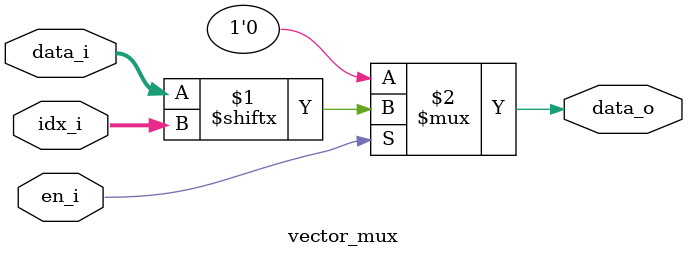
<source format=sv>


module vector_mux #(
    parameter int DATAWIDTH = 256,
    parameter int IDX_BIT = $clog2(DATAWIDTH)
) (
    input en_i,
    input [DATAWIDTH-1:0] data_i,
    input [IDX_BIT-1:0] idx_i,
    output data_o
);

assign data_o = (en_i) ? data_i[idx_i] : '0;

endmodule
</source>
